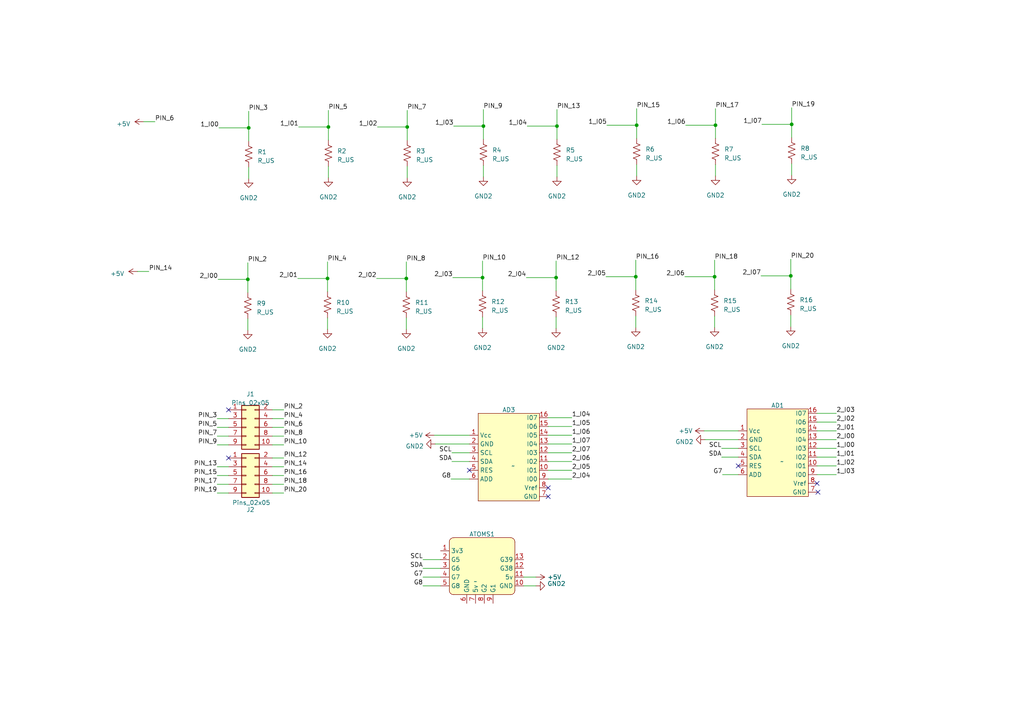
<source format=kicad_sch>
(kicad_sch (version 20230121) (generator eeschema)
  (paper "A4")
  (lib_symbols
    (symbol "ATOM S3:ATOM_S3"
      (property "Reference" "ATOMS3" (at 0 6.35 0))
      (symbol "ATOM_S3_1_1"
        (arc (start -10.16 1.27) (mid -9.788 0.372) (end -8.89 0) (fill (type background)))
        (rectangle (start -10.16 15.24) (end -8.89 1.27) (stroke (width -0.0001)) (fill (type background)))
        (arc (start -8.89 16.51) (mid -9.788 16.138) (end -10.16 15.24) (fill (type background)))
        (rectangle (start -8.89 16.51) (end 7.62 0) (stroke (width -0.0001)) (fill (type background)))
        (polyline (pts (xy -10.16 15.24) (xy -10.16 1.27)) (fill (type background)))
        (polyline (pts (xy -8.89 0) (xy 7.62 0)) (fill (type background)))
        (polyline (pts (xy 7.62 16.51) (xy -8.89 16.51)) (fill (type background)))
        (polyline (pts (xy 8.89 1.27) (xy 8.89 15.24)))
        (arc (start 7.62 0) (mid 8.518 0.372) (end 8.89 1.27) (fill (type background)))
        (rectangle (start 7.62 15.24) (end 8.89 1.27) (stroke (width -0.0001)) (fill (type background)))
        (arc (start 8.89 15.24) (mid 8.518 16.138) (end 7.62 16.51) (fill (type background)))
        (pin input line (at -12.7 12.7 0) (length 2.54) (name "3v3") (number "1"))
        (pin input line (at 11.43 2.54 180) (length 2.54) (name "GND") (number "10"))
        (pin input line (at 11.43 5.08 180) (length 2.54) (name "5v") (number "11"))
        (pin input line (at 11.43 7.62 180) (length 2.54) (name "G38") (number "12"))
        (pin input line (at 11.43 10.16 180) (length 2.54) (name "G39") (number "13"))
        (pin input line (at -12.7 10.16 0) (length 2.54) (name "G5") (number "2"))
        (pin input line (at -12.7 7.62 0) (length 2.54) (name "G6") (number "3"))
        (pin input line (at -12.7 5.08 0) (length 2.54) (name "G7") (number "4"))
        (pin input line (at -12.7 2.54 0) (length 2.54) (name "G8") (number "5"))
        (pin input line (at -5.08 -2.54 90) (length 2.54) (name "GND") (number "6"))
        (pin input line (at -2.54 -2.54 90) (length 2.54) (name "5v") (number "7"))
        (pin input line (at 0 -2.54 90) (length 2.54) (name "G2") (number "8"))
        (pin input line (at 2.54 -2.54 90) (length 2.54) (name "G1") (number "9"))
      )
    )
    (symbol "Device:R_US" (pin_numbers hide) (pin_names (offset 0))
      (property "Reference" "R" (at 2.54 0 90))
      (property "Value" "R_US" (at -2.54 0 90))
      (symbol "R_US_0_1"
        (polyline (pts (xy 0 -2.286) (xy 0 -2.54)))
        (polyline (pts (xy 0 2.286) (xy 0 2.54)))
        (polyline (pts (xy 0 -0.762) (xy 1.016 -1.143) (xy 0 -1.524) (xy -1.016 -1.905) (xy 0 -2.286)))
        (polyline (pts (xy 0 0.762) (xy 1.016 0.381) (xy 0 0) (xy -1.016 -0.381) (xy 0 -0.762)))
        (polyline (pts (xy 0 2.286) (xy 1.016 1.905) (xy 0 1.524) (xy -1.016 1.143) (xy 0 0.762)))
      )
      (symbol "R_US_1_1"
        (pin passive line (at 0 3.81 270) (length 1.27) (name "~") (number "1"))
        (pin passive line (at 0 -3.81 90) (length 1.27) (name "~") (number "2"))
      )
    )
    (symbol "EC_Buying_AD5593_1"
      (property "Reference" "AD5593" (at -1.27 0 0))
      (symbol "EC_Buying_AD5593_1_1_1"
        (rectangle (start -10.16 12.7) (end 7.62 -12.7) (fill (type background)))
        (pin input line (at -12.7 6.35 0) (length 2.54) (name "Vcc") (number "1"))
        (pin input line (at 10.16 -3.81 180) (length 2.54) (name "I01") (number "10"))
        (pin input line (at 10.16 -1.27 180) (length 2.54) (name "I02") (number "11"))
        (pin input line (at 10.16 1.27 180) (length 2.54) (name "I03") (number "12"))
        (pin input line (at 10.16 3.81 180) (length 2.54) (name "I04") (number "13"))
        (pin input line (at 10.16 6.35 180) (length 2.54) (name "I05") (number "14"))
        (pin input line (at 10.16 8.89 180) (length 2.54) (name "I06") (number "15"))
        (pin input line (at 10.16 11.43 180) (length 2.54) (name "I07") (number "16"))
        (pin input line (at -12.7 3.81 0) (length 2.54) (name "GND") (number "2"))
        (pin input line (at -12.7 1.27 0) (length 2.54) (name "SCL") (number "3"))
        (pin input line (at -12.7 -1.27 0) (length 2.54) (name "SDA") (number "4"))
        (pin input line (at -12.7 -3.81 0) (length 2.54) (name "RES") (number "5"))
        (pin input line (at -12.7 -6.35 0) (length 2.54) (name "ADD") (number "6"))
        (pin input line (at 10.16 -11.43 180) (length 2.54) (name "GND") (number "7"))
        (pin input line (at 10.16 -8.89 180) (length 2.54) (name "Vref") (number "8"))
        (pin input line (at 10.16 -6.35 180) (length 2.54) (name "I00") (number "9"))
      )
    )
    (symbol "PCM_4ms_Connector:Pins_02x05_SMT" (pin_names (offset 1.016) hide)
      (property "Reference" "J" (at 0 7.62 0))
      (property "Value" "Pins_02x05_SMT" (at 0 -7.62 0))
      (symbol "Pins_02x05_SMT_1_1"
        (rectangle (start -2.54 -4.953) (end -1.27 -5.207) (stroke (width 0.1524)))
        (rectangle (start -2.54 -2.413) (end -1.27 -2.667) (stroke (width 0.1524)))
        (rectangle (start -2.54 0.127) (end -1.27 -0.127) (stroke (width 0.1524)))
        (rectangle (start -2.54 2.667) (end -1.27 2.413) (stroke (width 0.1524)))
        (rectangle (start -2.54 5.207) (end -1.27 4.953) (stroke (width 0.1524)))
        (rectangle (start -2.54 6.35) (end 2.54 -6.35) (stroke (width 0.254)) (fill (type background)))
        (rectangle (start 2.54 -4.953) (end 1.27 -5.207) (stroke (width 0.1524)))
        (rectangle (start 2.54 -2.413) (end 1.27 -2.667) (stroke (width 0.1524)))
        (rectangle (start 2.54 0.127) (end 1.27 -0.127) (stroke (width 0.1524)))
        (rectangle (start 2.54 2.667) (end 1.27 2.413) (stroke (width 0.1524)))
        (rectangle (start 2.54 5.207) (end 1.27 4.953) (stroke (width 0.1524)))
        (pin passive line (at -6.35 5.08 0) (length 3.81) (name "Pin_1") (number "1"))
        (pin passive line (at 6.35 -5.08 180) (length 3.81) (name "Pin_10") (number "10"))
        (pin passive line (at 6.35 5.08 180) (length 3.81) (name "Pin_2") (number "2"))
        (pin passive line (at -6.35 2.54 0) (length 3.81) (name "Pin_3") (number "3"))
        (pin passive line (at 6.35 2.54 180) (length 3.81) (name "Pin_4") (number "4"))
        (pin passive line (at -6.35 0 0) (length 3.81) (name "Pin_5") (number "5"))
        (pin passive line (at 6.35 0 180) (length 3.81) (name "Pin_6") (number "6"))
        (pin passive line (at -6.35 -2.54 0) (length 3.81) (name "Pin_7") (number "7"))
        (pin passive line (at 6.35 -2.54 180) (length 3.81) (name "Pin_8") (number "8"))
        (pin passive line (at -6.35 -5.08 0) (length 3.81) (name "Pin_9") (number "9"))
      )
    )
    (symbol "PCM_4ms_Power-symbol:GND2" (power) (pin_names (offset 0))
      (property "Value" "GND2" (at 0 -3.81 0))
      (symbol "GND2_0_1"
        (polyline (pts (xy 0 0) (xy 0 -1.27) (xy 1.27 -1.27) (xy 0 -2.54) (xy -1.27 -1.27) (xy 0 -1.27)))
      )
      (symbol "GND2_1_1"
        (pin power_in line (at 0 0 270) (length 0) hide (name "GND2") (number "1"))
      )
    )
    (symbol "power:+5V" (power) (pin_names (offset 0))
      (property "Value" "+5V" (at 0 3.556 0))
      (symbol "+5V_0_1"
        (polyline (pts (xy -0.762 1.27) (xy 0 2.54)))
        (polyline (pts (xy 0 0) (xy 0 2.54)))
        (polyline (pts (xy 0 2.54) (xy 0.762 1.27)))
      )
      (symbol "+5V_1_1"
        (pin power_in line (at 0 0 90) (length 0) hide (name "+5V") (number "1"))
      )
    )
  )
  (junction (at 229.616 36.068))
  (junction (at 72.136 37.084))
  (junction (at 117.856 80.772))
  (junction (at 140.208 36.576))
  (junction (at 184.658 36.322))
  (junction (at 161.544 36.576))
  (junction (at 71.882 81.026))
  (junction (at 95.25 36.83))
  (junction (at 184.404 80.264))
  (junction (at 139.954 80.518))
  (junction (at 207.518 36.322))
  (junction (at 94.996 80.772))
  (junction (at 161.29 80.518))
  (junction (at 229.362 80.01))
  (junction (at 207.264 80.264))
  (junction (at 118.11 36.83))
  (no_connect (at 159.004 144.018))
  (no_connect (at 66.294 132.842))
  (no_connect (at 214.122 135.128))
  (no_connect (at 237.236 142.748))
  (no_connect (at 236.982 140.208))
  (no_connect (at 66.294 118.872))
  (no_connect (at 159.004 141.478))
  (no_connect (at 136.144 136.398))
  (wire (pts (xy 118.11 32.004) (xy 118.11 36.83)))
  (wire (pts (xy 207.518 36.322) (xy 198.882 36.322)))
  (wire (pts (xy 118.11 48.26) (xy 118.11 51.562)))
  (wire (pts (xy 204.216 124.968) (xy 214.122 124.968)))
  (wire (pts (xy 127.762 169.926) (xy 122.682 169.926)))
  (wire (pts (xy 117.856 80.772) (xy 109.22 80.772)))
  (wire (pts (xy 62.992 140.462) (xy 66.294 140.462)))
  (wire (pts (xy 44.958 35.306) (xy 41.656 35.306)))
  (wire (pts (xy 214.122 137.668) (xy 209.55 137.668)))
  (wire (pts (xy 139.954 75.692) (xy 139.954 80.518)))
  (wire (pts (xy 71.882 81.026) (xy 71.882 84.836)))
  (wire (pts (xy 151.892 169.926) (xy 155.448 169.926)))
  (wire (pts (xy 229.616 36.068) (xy 229.616 39.878)))
  (wire (pts (xy 78.994 126.492) (xy 82.296 126.492)))
  (wire (pts (xy 117.856 80.772) (xy 117.856 84.582)))
  (wire (pts (xy 78.994 135.382) (xy 82.296 135.382)))
  (wire (pts (xy 161.544 31.75) (xy 161.544 36.576)))
  (wire (pts (xy 95.25 36.83) (xy 86.614 36.83)))
  (wire (pts (xy 117.856 92.202) (xy 117.856 95.504)))
  (wire (pts (xy 229.362 91.44) (xy 229.362 94.742)))
  (wire (pts (xy 140.208 36.576) (xy 140.208 40.386)))
  (wire (pts (xy 139.954 80.518) (xy 131.318 80.518)))
  (wire (pts (xy 159.004 128.778) (xy 165.862 128.778)))
  (wire (pts (xy 62.992 135.382) (xy 66.294 135.382)))
  (wire (pts (xy 229.362 75.184) (xy 229.362 80.01)))
  (wire (pts (xy 78.994 121.412) (xy 82.296 121.412)))
  (wire (pts (xy 207.264 75.438) (xy 207.264 80.264)))
  (wire (pts (xy 78.994 129.032) (xy 82.296 129.032)))
  (wire (pts (xy 161.29 91.948) (xy 161.29 95.25)))
  (wire (pts (xy 184.658 36.322) (xy 176.022 36.322)))
  (wire (pts (xy 236.982 119.888) (xy 242.57 119.888)))
  (wire (pts (xy 207.518 47.752) (xy 207.518 51.054)))
  (wire (pts (xy 184.658 31.496) (xy 184.658 36.322)))
  (wire (pts (xy 140.208 36.576) (xy 131.572 36.576)))
  (wire (pts (xy 78.994 143.002) (xy 82.296 143.002)))
  (wire (pts (xy 122.682 162.306) (xy 127.762 162.306)))
  (wire (pts (xy 209.296 132.588) (xy 214.122 132.588)))
  (wire (pts (xy 236.982 130.048) (xy 242.57 130.048)))
  (wire (pts (xy 207.264 91.694) (xy 207.264 94.996)))
  (wire (pts (xy 236.982 122.428) (xy 242.57 122.428)))
  (wire (pts (xy 229.362 80.01) (xy 220.726 80.01)))
  (wire (pts (xy 78.994 123.952) (xy 82.296 123.952)))
  (wire (pts (xy 236.982 124.968) (xy 242.57 124.968)))
  (wire (pts (xy 94.996 75.946) (xy 94.996 80.772)))
  (wire (pts (xy 229.616 31.242) (xy 229.616 36.068)))
  (wire (pts (xy 207.518 36.322) (xy 207.518 40.132)))
  (wire (pts (xy 161.544 36.576) (xy 161.544 40.386)))
  (wire (pts (xy 118.11 36.83) (xy 109.474 36.83)))
  (wire (pts (xy 126.238 128.778) (xy 136.144 128.778)))
  (wire (pts (xy 159.004 131.318) (xy 165.862 131.318)))
  (wire (pts (xy 209.296 130.048) (xy 214.122 130.048)))
  (wire (pts (xy 229.362 80.01) (xy 229.362 83.82)))
  (wire (pts (xy 229.616 47.498) (xy 229.616 50.8)))
  (wire (pts (xy 72.136 32.258) (xy 72.136 37.084)))
  (wire (pts (xy 72.136 37.084) (xy 63.5 37.084)))
  (wire (pts (xy 95.25 36.83) (xy 95.25 40.64)))
  (wire (pts (xy 207.264 80.264) (xy 207.264 84.074)))
  (wire (pts (xy 71.882 92.456) (xy 71.882 95.758)))
  (wire (pts (xy 118.11 36.83) (xy 118.11 40.64)))
  (wire (pts (xy 95.25 48.26) (xy 95.25 51.562)))
  (wire (pts (xy 66.294 121.412) (xy 62.992 121.412)))
  (wire (pts (xy 122.682 164.846) (xy 127.762 164.846)))
  (wire (pts (xy 136.144 138.938) (xy 130.81 138.938)))
  (wire (pts (xy 236.982 127.508) (xy 242.57 127.508)))
  (wire (pts (xy 94.996 80.772) (xy 94.996 84.582)))
  (wire (pts (xy 159.004 136.398) (xy 165.862 136.398)))
  (wire (pts (xy 184.404 80.264) (xy 184.404 84.074)))
  (wire (pts (xy 184.658 47.752) (xy 184.658 51.054)))
  (wire (pts (xy 184.404 75.438) (xy 184.404 80.264)))
  (wire (pts (xy 159.004 121.158) (xy 165.862 121.158)))
  (wire (pts (xy 184.658 36.322) (xy 184.658 40.132)))
  (wire (pts (xy 159.004 133.858) (xy 165.862 133.858)))
  (wire (pts (xy 236.982 135.128) (xy 242.57 135.128)))
  (wire (pts (xy 78.994 118.872) (xy 82.296 118.872)))
  (wire (pts (xy 236.982 132.588) (xy 242.57 132.588)))
  (wire (pts (xy 117.856 75.946) (xy 117.856 80.772)))
  (wire (pts (xy 161.29 75.692) (xy 161.29 80.518)))
  (wire (pts (xy 236.982 137.668) (xy 242.57 137.668)))
  (wire (pts (xy 62.992 126.492) (xy 66.294 126.492)))
  (wire (pts (xy 94.996 80.772) (xy 86.36 80.772)))
  (wire (pts (xy 159.004 126.238) (xy 165.862 126.238)))
  (wire (pts (xy 139.954 80.518) (xy 139.954 84.328)))
  (wire (pts (xy 140.208 31.75) (xy 140.208 36.576)))
  (wire (pts (xy 131.064 133.858) (xy 136.144 133.858)))
  (wire (pts (xy 161.29 80.518) (xy 161.29 84.328)))
  (wire (pts (xy 204.47 127.508) (xy 214.122 127.508)))
  (wire (pts (xy 71.882 81.026) (xy 63.246 81.026)))
  (wire (pts (xy 62.992 137.922) (xy 66.294 137.922)))
  (wire (pts (xy 78.994 132.842) (xy 82.296 132.842)))
  (wire (pts (xy 184.404 91.694) (xy 184.404 94.996)))
  (wire (pts (xy 161.29 80.518) (xy 152.654 80.518)))
  (wire (pts (xy 159.004 138.938) (xy 165.862 138.938)))
  (wire (pts (xy 62.992 123.952) (xy 66.294 123.952)))
  (wire (pts (xy 62.992 143.002) (xy 66.294 143.002)))
  (wire (pts (xy 71.882 76.2) (xy 71.882 81.026)))
  (wire (pts (xy 72.136 48.514) (xy 72.136 51.816)))
  (wire (pts (xy 207.518 31.496) (xy 207.518 36.322)))
  (wire (pts (xy 229.616 36.068) (xy 220.98 36.068)))
  (wire (pts (xy 78.994 140.462) (xy 82.296 140.462)))
  (wire (pts (xy 125.984 126.238) (xy 136.144 126.238)))
  (wire (pts (xy 62.992 129.032) (xy 66.294 129.032)))
  (wire (pts (xy 43.18 78.74) (xy 39.878 78.74)))
  (wire (pts (xy 161.544 36.576) (xy 152.908 36.576)))
  (wire (pts (xy 184.404 80.264) (xy 175.768 80.264)))
  (wire (pts (xy 122.682 167.386) (xy 127.762 167.386)))
  (wire (pts (xy 78.994 137.922) (xy 82.296 137.922)))
  (wire (pts (xy 94.996 92.202) (xy 94.996 95.504)))
  (wire (pts (xy 95.25 32.004) (xy 95.25 36.83)))
  (wire (pts (xy 159.004 123.698) (xy 165.862 123.698)))
  (wire (pts (xy 139.954 91.948) (xy 139.954 95.25)))
  (wire (pts (xy 207.264 80.264) (xy 198.628 80.264)))
  (wire (pts (xy 131.064 131.318) (xy 136.144 131.318)))
  (wire (pts (xy 151.892 167.386) (xy 155.448 167.386)))
  (wire (pts (xy 161.544 48.006) (xy 161.544 51.308)))
  (wire (pts (xy 140.208 48.006) (xy 140.208 51.308)))
  (wire (pts (xy 72.136 37.084) (xy 72.136 40.894)))
  (label "PIN_6" (at 82.296 123.952 0))
  (label "SDA" (at 209.296 132.588 180))
  (label "2_I00" (at 242.57 127.508 0))
  (label "1_I07" (at 165.862 128.778 0))
  (label "2_I02" (at 242.57 122.428 0))
  (label "PIN_20" (at 82.296 143.002 0))
  (label "1_I01" (at 242.57 132.588 0))
  (label "PIN_8" (at 117.856 75.946 0))
  (label "1_I07" (at 220.98 36.068 180))
  (label "PIN_20" (at 229.362 75.184 0))
  (label "1_I02" (at 109.474 36.83 180))
  (label "PIN_19" (at 62.992 143.002 180))
  (label "1_I03" (at 242.57 137.668 0))
  (label "PIN_8" (at 82.296 126.492 0))
  (label "PIN_17" (at 207.518 31.496 0))
  (label "PIN_6" (at 44.958 35.306 0))
  (label "SCL" (at 122.682 162.306 180))
  (label "2_I01" (at 86.36 80.772 180))
  (label "PIN_4" (at 82.296 121.412 0))
  (label "2_I00" (at 63.246 81.026 180))
  (label "SCL" (at 209.296 130.048 180))
  (label "2_I04" (at 165.862 138.938 0))
  (label "PIN_10" (at 82.296 129.032 0))
  (label "2_I03" (at 131.318 80.518 180))
  (label "1_I05" (at 176.022 36.322 180))
  (label "1_I00" (at 63.5 37.084 180))
  (label "2_I07" (at 220.726 80.01 180))
  (label "PIN_15" (at 184.658 31.496 0))
  (label "PIN_4" (at 94.996 75.946 0))
  (label "1_I04" (at 152.908 36.576 180))
  (label "SDA" (at 122.682 164.846 180))
  (label "PIN_18" (at 82.296 140.462 0))
  (label "PIN_13" (at 161.544 31.75 0))
  (label "PIN_15" (at 62.992 137.922 180))
  (label "1_I05" (at 165.862 123.698 0))
  (label "G8" (at 122.682 169.926 180))
  (label "1_I02" (at 242.57 135.128 0))
  (label "2_I03" (at 242.57 119.888 0))
  (label "PIN_16" (at 184.404 75.438 0))
  (label "PIN_7" (at 118.11 32.004 0))
  (label "PIN_12" (at 161.29 75.692 0))
  (label "1_I06" (at 165.862 126.238 0))
  (label "G7" (at 122.682 167.386 180))
  (label "1_I01" (at 86.614 36.83 180))
  (label "PIN_5" (at 62.992 123.952 180))
  (label "PIN_3" (at 72.136 32.258 0))
  (label "PIN_14" (at 82.296 135.382 0))
  (label "PIN_5" (at 95.25 32.004 0))
  (label "PIN_10" (at 139.954 75.692 0))
  (label "1_I06" (at 198.882 36.322 180))
  (label "1_I00" (at 242.57 130.048 0))
  (label "PIN_16" (at 82.296 137.922 0))
  (label "G7" (at 209.55 137.668 180))
  (label "PIN_12" (at 82.296 132.842 0))
  (label "SCL" (at 131.064 131.318 180))
  (label "PIN_13" (at 62.992 135.382 180))
  (label "2_I06" (at 198.628 80.264 180))
  (label "2_I04" (at 152.654 80.518 180))
  (label "PIN_9" (at 62.992 129.032 180))
  (label "PIN_17" (at 62.992 140.462 180))
  (label "2_I02" (at 109.22 80.772 180))
  (label "PIN_14" (at 43.18 78.74 0))
  (label "SDA" (at 131.064 133.858 180))
  (label "2_I07" (at 165.862 131.318 0))
  (label "PIN_3" (at 62.992 121.412 180))
  (label "PIN_9" (at 140.208 31.75 0))
  (label "1_I04" (at 165.862 121.158 0))
  (label "PIN_2" (at 82.296 118.872 0))
  (label "PIN_7" (at 62.992 126.492 180))
  (label "2_I05" (at 165.862 136.398 0))
  (label "G8" (at 130.81 138.938 180))
  (label "PIN_19" (at 229.616 31.242 0))
  (label "1_I03" (at 131.572 36.576 180))
  (label "2_I06" (at 165.862 133.858 0))
  (label "PIN_2" (at 71.882 76.2 0))
  (label "2_I01" (at 242.57 124.968 0))
  (label "PIN_18" (at 207.264 75.438 0))
  (label "2_I05" (at 175.768 80.264 180))
  (symbol (lib_id "Device:R_US") (at 184.404 87.884 0) (unit 1)
    (property "Reference" "R14" (at 186.944 87.249 0) (effects (justify left)))
    (property "Value" "R_US" (at 186.944 89.789 0) (effects (justify left)))
    (property "Footprint" "PCM_4ms_Resistor:R_0805_2012Metric" (effects hide))
  )
  (symbol (lib_id "PCM_4ms_Power-symbol:GND2") (at 126.238 128.778 270) (unit 1)
    (property "Reference" "#PWR021" (effects hide))
    (property "Value" "GND2" (at 122.936 129.413 90) (effects (justify right)))
  )
  (symbol (lib_id "PCM_4ms_Power-symbol:GND2") (at 155.448 169.926 90) (unit 1)
    (property "Reference" "#PWR03" (effects hide))
    (property "Value" "GND2" (at 158.75 169.291 90) (effects (justify right)))
  )
  (symbol (lib_id "Device:R_US") (at 139.954 88.138 0) (unit 1)
    (property "Reference" "R12" (at 142.494 87.503 0) (effects (justify left)))
    (property "Value" "R_US" (at 142.494 90.043 0) (effects (justify left)))
    (property "Footprint" "PCM_4ms_Resistor:R_0805_2012Metric" (effects hide))
  )
  (symbol (lib_id "Device:R_US") (at 94.996 88.392 0) (unit 1)
    (property "Reference" "R10" (at 97.536 87.757 0) (effects (justify left)))
    (property "Value" "R_US" (at 97.536 90.297 0) (effects (justify left)))
    (property "Footprint" "PCM_4ms_Resistor:R_0805_2012Metric" (effects hide))
  )
  (symbol (lib_id "PCM_4ms_Power-symbol:GND2") (at 184.404 94.996 0) (unit 1)
    (property "Reference" "#PWR028" (effects hide))
    (property "Value" "GND2" (at 184.404 100.584 0))
  )
  (symbol (lib_id "PCM_4ms_Power-symbol:GND2") (at 229.616 50.8 0) (unit 1)
    (property "Reference" "#PWR016" (effects hide))
    (property "Value" "GND2" (at 229.616 56.388 0))
  )
  (symbol (lib_id "PCM_4ms_Connector:Pins_02x05_SMT") (at 72.644 137.922 0) (unit 1)
    (property "Reference" "J2" (at 72.644 147.828 0))
    (property "Value" "Pins_02x05" (at 72.898 145.796 0))
    (property "Footprint" "PCM_4ms_Connector:Pins_2x05_2.54mm_TH" (effects hide))
    (property "Datasheet" "https://www.mouser.com/datasheet/2/527/ftsh_smt-1316912.pdf" (effects hide))
    (property "Specifications" "Header 2x5 Pins, Pitch=1.27mm, Pin Height=3mm, Vertical, SMT" (effects hide))
    (property "Manufacturer" "Samtec" (effects hide))
    (property "Part Number" "FTSH-105-01-F-DV" (effects hide))
  )
  (symbol (lib_name "EC_Buying_AD5593_1") (lib_id "EC_Buying_AD5593:EC_Buying_AD5593") (at 226.822 131.318 0) (unit 1)
    (property "Reference" "AD1" (at 225.552 117.602 0))
    (property "Value" "~" (at 226.822 133.858 0))
    (property "Footprint" "EC_Buying_AD5593:EC Buying AD5593" (effects hide))
  )
  (symbol (lib_id "PCM_4ms_Power-symbol:GND2") (at 229.362 94.742 0) (unit 1)
    (property "Reference" "#PWR032" (effects hide))
    (property "Value" "GND2" (at 229.362 100.33 0))
  )
  (symbol (lib_id "Device:R_US") (at 161.544 44.196 0) (unit 1)
    (property "Reference" "R5" (at 164.084 43.561 0) (effects (justify left)))
    (property "Value" "R_US" (at 164.084 46.101 0) (effects (justify left)))
    (property "Footprint" "PCM_4ms_Resistor:R_0805_2012Metric" (effects hide))
  )
  (symbol (lib_id "Device:R_US") (at 72.136 44.704 0) (unit 1)
    (property "Reference" "R1" (at 74.676 44.069 0) (effects (justify left)))
    (property "Value" "R_US" (at 74.676 46.609 0) (effects (justify left)))
    (property "Footprint" "PCM_4ms_Resistor:R_0805_2012Metric" (effects hide))
  )
  (symbol (lib_id "power:+5V") (at 125.984 126.238 90) (unit 1)
    (property "Reference" "#PWR019" (effects hide))
    (property "Value" "+5V" (at 122.682 126.238 90) (effects (justify left)))
  )
  (symbol (lib_id "PCM_4ms_Power-symbol:GND2") (at 95.25 51.562 0) (unit 1)
    (property "Reference" "#PWR04" (effects hide))
    (property "Value" "GND2" (at 95.25 57.15 0))
  )
  (symbol (lib_id "power:+5V") (at 155.448 167.386 270) (unit 1)
    (property "Reference" "#PWR07" (effects hide))
    (property "Value" "+5V" (at 158.75 167.386 90) (effects (justify left)))
  )
  (symbol (lib_id "PCM_4ms_Power-symbol:GND2") (at 71.882 95.758 0) (unit 1)
    (property "Reference" "#PWR018" (effects hide))
    (property "Value" "GND2" (at 71.882 101.346 0))
  )
  (symbol (lib_id "PCM_4ms_Power-symbol:GND2") (at 161.29 95.25 0) (unit 1)
    (property "Reference" "#PWR026" (effects hide))
    (property "Value" "GND2" (at 161.29 100.838 0))
  )
  (symbol (lib_id "PCM_4ms_Power-symbol:GND2") (at 184.658 51.054 0) (unit 1)
    (property "Reference" "#PWR012" (effects hide))
    (property "Value" "GND2" (at 184.658 56.642 0))
  )
  (symbol (lib_id "PCM_4ms_Power-symbol:GND2") (at 94.996 95.504 0) (unit 1)
    (property "Reference" "#PWR020" (effects hide))
    (property "Value" "GND2" (at 94.996 101.092 0))
  )
  (symbol (lib_id "Device:R_US") (at 140.208 44.196 0) (unit 1)
    (property "Reference" "R4" (at 142.748 43.561 0) (effects (justify left)))
    (property "Value" "R_US" (at 142.748 46.101 0) (effects (justify left)))
    (property "Footprint" "PCM_4ms_Resistor:R_0805_2012Metric" (effects hide))
  )
  (symbol (lib_id "power:+5V") (at 204.216 124.968 90) (unit 1)
    (property "Reference" "#PWR09" (effects hide))
    (property "Value" "+5V" (at 200.914 124.968 90) (effects (justify left)))
  )
  (symbol (lib_id "PCM_4ms_Power-symbol:GND2") (at 207.264 94.996 0) (unit 1)
    (property "Reference" "#PWR030" (effects hide))
    (property "Value" "GND2" (at 207.264 100.584 0))
  )
  (symbol (lib_id "ATOM S3:ATOM_S3") (at 140.462 172.466 0) (unit 1)
    (property "Reference" "ATOMS1" (at 139.827 154.94 0))
    (property "Value" "~" (at 137.922 168.656 0))
    (property "Footprint" "ATOM_S3:ATOM_S3" (effects hide))
  )
  (symbol (lib_id "PCM_4ms_Power-symbol:GND2") (at 118.11 51.562 0) (unit 1)
    (property "Reference" "#PWR06" (effects hide))
    (property "Value" "GND2" (at 118.11 57.15 0))
  )
  (symbol (lib_id "Device:R_US") (at 161.29 88.138 0) (unit 1)
    (property "Reference" "R13" (at 163.83 87.503 0) (effects (justify left)))
    (property "Value" "R_US" (at 163.83 90.043 0) (effects (justify left)))
    (property "Footprint" "PCM_4ms_Resistor:R_0805_2012Metric" (effects hide))
  )
  (symbol (lib_id "PCM_4ms_Power-symbol:GND2") (at 140.208 51.308 0) (unit 1)
    (property "Reference" "#PWR08" (effects hide))
    (property "Value" "GND2" (at 140.208 56.896 0))
  )
  (symbol (lib_id "Device:R_US") (at 184.658 43.942 0) (unit 1)
    (property "Reference" "R6" (at 187.198 43.307 0) (effects (justify left)))
    (property "Value" "R_US" (at 187.198 45.847 0) (effects (justify left)))
    (property "Footprint" "PCM_4ms_Resistor:R_0805_2012Metric" (effects hide))
  )
  (symbol (lib_name "EC_Buying_AD5593_1") (lib_id "EC_Buying_AD5593:EC_Buying_AD5593") (at 148.844 132.588 0) (unit 1)
    (property "Reference" "AD3" (at 147.574 118.872 0))
    (property "Value" "~" (at 148.844 135.128 0))
    (property "Footprint" "EC_Buying_AD5593:EC Buying AD5593" (effects hide))
  )
  (symbol (lib_id "power:+5V") (at 41.656 35.306 90) (unit 1)
    (property "Reference" "#PWR01" (effects hide))
    (property "Value" "+5V" (at 37.846 35.941 90) (effects (justify left)))
  )
  (symbol (lib_id "Device:R_US") (at 118.11 44.45 0) (unit 1)
    (property "Reference" "R3" (at 120.65 43.815 0) (effects (justify left)))
    (property "Value" "R_US" (at 120.65 46.355 0) (effects (justify left)))
    (property "Footprint" "PCM_4ms_Resistor:R_0805_2012Metric" (effects hide))
  )
  (symbol (lib_id "power:+5V") (at 39.878 78.74 90) (unit 1)
    (property "Reference" "#PWR017" (effects hide))
    (property "Value" "+5V" (at 36.068 79.375 90) (effects (justify left)))
  )
  (symbol (lib_id "Device:R_US") (at 71.882 88.646 0) (unit 1)
    (property "Reference" "R9" (at 74.422 88.011 0) (effects (justify left)))
    (property "Value" "R_US" (at 74.422 90.551 0) (effects (justify left)))
    (property "Footprint" "PCM_4ms_Resistor:R_0805_2012Metric" (effects hide))
  )
  (symbol (lib_id "PCM_4ms_Connector:Pins_02x05_SMT") (at 72.644 123.952 0) (unit 1)
    (property "Reference" "J1" (at 72.644 114.3 0))
    (property "Value" "Pins_02x05" (at 72.644 116.84 0))
    (property "Footprint" "PCM_4ms_Connector:Pins_2x05_2.54mm_TH" (effects hide))
    (property "Datasheet" "https://www.mouser.com/datasheet/2/527/ftsh_smt-1316912.pdf" (effects hide))
    (property "Specifications" "Header 2x5 Pins, Pitch=1.27mm, Pin Height=3mm, Vertical, SMT" (effects hide))
    (property "Manufacturer" "Samtec" (effects hide))
    (property "Part Number" "FTSH-105-01-F-DV" (effects hide))
  )
  (symbol (lib_id "Device:R_US") (at 229.362 87.63 0) (unit 1)
    (property "Reference" "R16" (at 231.902 86.995 0) (effects (justify left)))
    (property "Value" "R_US" (at 231.902 89.535 0) (effects (justify left)))
    (property "Footprint" "PCM_4ms_Resistor:R_0805_2012Metric" (effects hide))
  )
  (symbol (lib_id "PCM_4ms_Power-symbol:GND2") (at 117.856 95.504 0) (unit 1)
    (property "Reference" "#PWR022" (effects hide))
    (property "Value" "GND2" (at 117.856 101.092 0))
  )
  (symbol (lib_id "PCM_4ms_Power-symbol:GND2") (at 139.954 95.25 0) (unit 1)
    (property "Reference" "#PWR024" (effects hide))
    (property "Value" "GND2" (at 139.954 100.838 0))
  )
  (symbol (lib_id "Device:R_US") (at 207.518 43.942 0) (unit 1)
    (property "Reference" "R7" (at 210.058 43.307 0) (effects (justify left)))
    (property "Value" "R_US" (at 210.058 45.847 0) (effects (justify left)))
    (property "Footprint" "PCM_4ms_Resistor:R_0805_2012Metric" (effects hide))
  )
  (symbol (lib_id "Device:R_US") (at 229.616 43.688 0) (unit 1)
    (property "Reference" "R8" (at 232.156 43.053 0) (effects (justify left)))
    (property "Value" "R_US" (at 232.156 45.593 0) (effects (justify left)))
    (property "Footprint" "PCM_4ms_Resistor:R_0805_2012Metric" (effects hide))
  )
  (symbol (lib_id "Device:R_US") (at 95.25 44.45 0) (unit 1)
    (property "Reference" "R2" (at 97.79 43.815 0) (effects (justify left)))
    (property "Value" "R_US" (at 97.79 46.355 0) (effects (justify left)))
    (property "Footprint" "PCM_4ms_Resistor:R_0805_2012Metric" (effects hide))
  )
  (symbol (lib_id "PCM_4ms_Power-symbol:GND2") (at 72.136 51.816 0) (unit 1)
    (property "Reference" "#PWR02" (effects hide))
    (property "Value" "GND2" (at 72.136 57.404 0))
  )
  (symbol (lib_id "PCM_4ms_Power-symbol:GND2") (at 207.518 51.054 0) (unit 1)
    (property "Reference" "#PWR014" (effects hide))
    (property "Value" "GND2" (at 207.518 56.642 0))
  )
  (symbol (lib_id "Device:R_US") (at 117.856 88.392 0) (unit 1)
    (property "Reference" "R11" (at 120.396 87.757 0) (effects (justify left)))
    (property "Value" "R_US" (at 120.396 90.297 0) (effects (justify left)))
    (property "Footprint" "PCM_4ms_Resistor:R_0805_2012Metric" (effects hide))
  )
  (symbol (lib_id "Device:R_US") (at 207.264 87.884 0) (unit 1)
    (property "Reference" "R15" (at 209.804 87.249 0) (effects (justify left)))
    (property "Value" "R_US" (at 209.804 89.789 0) (effects (justify left)))
    (property "Footprint" "PCM_4ms_Resistor:R_0805_2012Metric" (effects hide))
  )
  (symbol (lib_id "PCM_4ms_Power-symbol:GND2") (at 204.47 127.508 270) (unit 1)
    (property "Reference" "#PWR011" (effects hide))
    (property "Value" "GND2" (at 201.168 128.143 90) (effects (justify right)))
  )
  (symbol (lib_id "PCM_4ms_Power-symbol:GND2") (at 161.544 51.308 0) (unit 1)
    (property "Reference" "#PWR010" (effects hide))
    (property "Value" "GND2" (at 161.544 56.896 0))
  )
)
</source>
